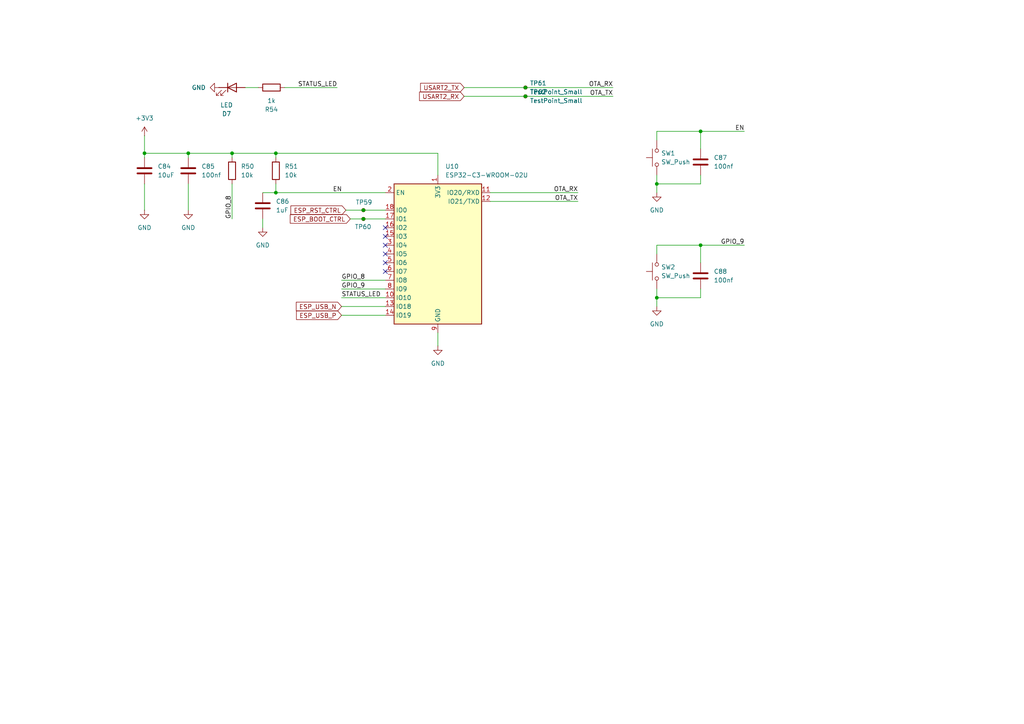
<source format=kicad_sch>
(kicad_sch (version 20250114) (generator "eeschema") (generator_version "9.0")
  (paper "A4")
  (lib_symbols
    (symbol "Connector:TestPoint_Small" (pin_numbers (hide yes)) (pin_names (offset 0.762) (hide yes))
      (property "Reference" "TP" (at 0 3.81 0))
      (property "Value" "TestPoint_Small" (at 0 2.032 0))
      (symbol "TestPoint_Small_0_1"
        (circle (center 0 0) (radius 0.508))
      )
      (symbol "TestPoint_Small_1_1"
        (pin passive line (at 0 0 90) (length 0) (name "1") (number "1"))
      )
    )
    (symbol "Device:C" (pin_numbers (hide yes)) (pin_names (offset 0.254))
      (property "Reference" "C" (at 0.635 2.54 0))
      (property "Value" "C" (at 0.635 -2.54 0))
      (symbol "C_0_1"
        (polyline (pts (xy -2.032 0.762) (xy 2.032 0.762)) (stroke (width 0.508)))
        (polyline (pts (xy -2.032 -0.762) (xy 2.032 -0.762)) (stroke (width 0.508)))
      )
      (symbol "C_1_1"
        (pin passive line (at 0 3.81 270) (length 2.794) (name "~") (number "1"))
        (pin passive line (at 0 -3.81 90) (length 2.794) (name "~") (number "2"))
      )
    )
    (symbol "Device:LED" (pin_numbers (hide yes)) (pin_names (offset 1.016) (hide yes))
      (property "Reference" "D" (at 0 2.54 0))
      (property "Value" "LED" (at 0 -2.54 0))
      (symbol "LED_0_1"
        (polyline (pts (xy -3.048 -0.762) (xy -4.572 -2.286) (xy -3.81 -2.286) (xy -4.572 -2.286) (xy -4.572 -1.524)))
        (polyline (pts (xy -1.778 -0.762) (xy -3.302 -2.286) (xy -2.54 -2.286) (xy -3.302 -2.286) (xy -3.302 -1.524)))
        (polyline (pts (xy -1.27 0) (xy 1.27 0)))
        (polyline (pts (xy -1.27 -1.27) (xy -1.27 1.27)) (stroke (width 0.254)))
        (polyline (pts (xy 1.27 -1.27) (xy 1.27 1.27) (xy -1.27 0) (xy 1.27 -1.27)) (stroke (width 0.254)))
      )
      (symbol "LED_1_1"
        (pin passive line (at -3.81 0 0) (length 2.54) (name "K") (number "1"))
        (pin passive line (at 3.81 0 180) (length 2.54) (name "A") (number "2"))
      )
    )
    (symbol "Device:R" (pin_numbers (hide yes)) (pin_names (offset 0))
      (property "Reference" "R" (at 2.032 0 90))
      (property "Value" "R" (at 0 0 90))
      (symbol "R_0_1"
        (rectangle (start -1.016 -2.54) (end 1.016 2.54) (stroke (width 0.254)))
      )
      (symbol "R_1_1"
        (pin passive line (at 0 3.81 270) (length 1.27) (name "~") (number "1"))
        (pin passive line (at 0 -3.81 90) (length 1.27) (name "~") (number "2"))
      )
    )
    (symbol "RF_Module:ESP32-C3-WROOM-02U"
      (property "Reference" "U" (at -12.192 21.336 0))
      (property "Value" "ESP32-C3-WROOM-02U" (at 12.7 21.336 0))
      (symbol "ESP32-C3-WROOM-02U_1_1"
        (rectangle (start -12.7 20.32) (end 12.7 -20.32) (stroke (width 0.254)) (fill (type background)))
        (pin input line (at -15.24 17.78 0) (length 2.54) (name "EN") (number "2"))
        (pin bidirectional line (at -15.24 12.7 0) (length 2.54) (name "IO0") (number "18"))
        (pin bidirectional line (at -15.24 10.16 0) (length 2.54) (name "IO1") (number "17"))
        (pin bidirectional line (at -15.24 7.62 0) (length 2.54) (name "IO2") (number "16"))
        (pin bidirectional line (at -15.24 5.08 0) (length 2.54) (name "IO3") (number "15"))
        (pin bidirectional line (at -15.24 2.54 0) (length 2.54) (name "IO4") (number "3"))
        (pin bidirectional line (at -15.24 0 0) (length 2.54) (name "IO5") (number "4"))
        (pin bidirectional line (at -15.24 -2.54 0) (length 2.54) (name "IO6") (number "5"))
        (pin bidirectional line (at -15.24 -5.08 0) (length 2.54) (name "IO7") (number "6"))
        (pin bidirectional line (at -15.24 -7.62 0) (length 2.54) (name "IO8") (number "7"))
        (pin bidirectional line (at -15.24 -10.16 0) (length 2.54) (name "IO9") (number "8"))
        (pin bidirectional line (at -15.24 -12.7 0) (length 2.54) (name "IO10") (number "10"))
        (pin bidirectional line (at -15.24 -15.24 0) (length 2.54) (name "IO18") (number "13"))
        (pin bidirectional line (at -15.24 -17.78 0) (length 2.54) (name "IO19") (number "14"))
        (pin power_in line (at 0 22.86 270) (length 2.54) (name "3V3") (number "1"))
        (pin passive line (at 0 -22.86 90) (length 2.54) (hide yes) (name "GND") (number "19"))
        (pin power_in line (at 0 -22.86 90) (length 2.54) (name "GND") (number "9"))
        (pin bidirectional line (at 15.24 17.78 180) (length 2.54) (name "IO20/RXD") (number "11"))
        (pin bidirectional line (at 15.24 15.24 180) (length 2.54) (name "IO21/TXD") (number "12"))
      )
    )
    (symbol "Switch:SW_Push" (pin_numbers (hide yes)) (pin_names (offset 1.016) (hide yes))
      (property "Reference" "SW" (at 1.27 2.54 0))
      (property "Value" "SW_Push" (at 0 -1.524 0))
      (symbol "SW_Push_0_1"
        (circle (center -2.032 0) (radius 0.508))
        (polyline (pts (xy 0 1.27) (xy 0 3.048)))
        (circle (center 2.032 0) (radius 0.508))
        (polyline (pts (xy 2.54 1.27) (xy -2.54 1.27)))
        (pin passive line (at -5.08 0 0) (length 2.54) (name "1") (number "1"))
        (pin passive line (at 5.08 0 180) (length 2.54) (name "2") (number "2"))
      )
    )
    (symbol "power:+3V3" (power) (pin_numbers (hide yes)) (pin_names (offset 0) (hide yes))
      (property "Value" "+3V3" (at 0 3.556 0))
      (symbol "+3V3_0_1"
        (polyline (pts (xy -0.762 1.27) (xy 0 2.54)))
        (polyline (pts (xy 0 2.54) (xy 0.762 1.27)))
        (polyline (pts (xy 0 0) (xy 0 2.54)))
      )
      (symbol "+3V3_1_1"
        (pin power_in line (at 0 0 90) (length 0) (name "~") (number "1"))
      )
    )
    (symbol "power:GND" (power) (pin_numbers (hide yes)) (pin_names (offset 0) (hide yes))
      (property "Value" "GND" (at 0 -3.81 0))
      (symbol "GND_0_1"
        (polyline (pts (xy 0 0) (xy 0 -1.27) (xy 1.27 -1.27) (xy 0 -2.54) (xy -1.27 -1.27) (xy 0 -1.27)))
      )
      (symbol "GND_1_1"
        (pin power_in line (at 0 0 270) (length 0) (name "~") (number "1"))
      )
    )
  )
  (junction (at 152.4 25.4))
  (junction (at 152.4 27.94))
  (junction (at 203.2 71.12))
  (junction (at 105.41 60.96))
  (junction (at 80.01 55.88))
  (junction (at 54.61 44.45))
  (junction (at 190.5 53.34))
  (junction (at 67.31 44.45))
  (junction (at 41.91 44.45))
  (junction (at 80.01 44.45))
  (junction (at 105.41 63.5))
  (junction (at 190.5 86.36))
  (junction (at 203.2 38.1))
  (no_connect (at 111.76 76.2))
  (no_connect (at 111.76 71.12))
  (no_connect (at 111.76 66.04))
  (no_connect (at 111.76 68.58))
  (no_connect (at 111.76 78.74))
  (no_connect (at 111.76 73.66))
  (wire (pts (xy 190.5 86.36) (xy 190.5 88.9)))
  (wire (pts (xy 99.06 91.44) (xy 111.76 91.44)))
  (wire (pts (xy 74.93 25.4) (xy 71.12 25.4)))
  (wire (pts (xy 80.01 45.72) (xy 80.01 44.45)))
  (wire (pts (xy 105.41 60.96) (xy 111.76 60.96)))
  (wire (pts (xy 100.33 60.96) (xy 105.41 60.96)))
  (wire (pts (xy 127 44.45) (xy 127 50.8)))
  (wire (pts (xy 152.4 27.94) (xy 177.8 27.94)))
  (wire (pts (xy 54.61 44.45) (xy 67.31 44.45)))
  (wire (pts (xy 142.24 55.88) (xy 167.64 55.88)))
  (wire (pts (xy 190.5 53.34) (xy 190.5 55.88)))
  (wire (pts (xy 127 100.33) (xy 127 96.52)))
  (wire (pts (xy 105.41 63.5) (xy 111.76 63.5)))
  (wire (pts (xy 101.6 63.5) (xy 105.41 63.5)))
  (wire (pts (xy 76.2 55.88) (xy 80.01 55.88)))
  (wire (pts (xy 41.91 45.72) (xy 41.91 44.45)))
  (wire (pts (xy 203.2 86.36) (xy 190.5 86.36)))
  (wire (pts (xy 134.62 25.4) (xy 152.4 25.4)))
  (wire (pts (xy 99.06 88.9) (xy 111.76 88.9)))
  (wire (pts (xy 111.76 55.88) (xy 80.01 55.88)))
  (wire (pts (xy 215.9 38.1) (xy 203.2 38.1)))
  (wire (pts (xy 190.5 83.82) (xy 190.5 86.36)))
  (wire (pts (xy 67.31 44.45) (xy 80.01 44.45)))
  (wire (pts (xy 99.06 86.36) (xy 111.76 86.36)))
  (wire (pts (xy 67.31 53.34) (xy 67.31 63.5)))
  (wire (pts (xy 76.2 63.5) (xy 76.2 66.04)))
  (wire (pts (xy 215.9 71.12) (xy 203.2 71.12)))
  (wire (pts (xy 203.2 83.82) (xy 203.2 86.36)))
  (wire (pts (xy 80.01 55.88) (xy 80.01 53.34)))
  (wire (pts (xy 54.61 53.34) (xy 54.61 60.96)))
  (wire (pts (xy 99.06 81.28) (xy 111.76 81.28)))
  (wire (pts (xy 203.2 50.8) (xy 203.2 53.34)))
  (wire (pts (xy 203.2 53.34) (xy 190.5 53.34)))
  (wire (pts (xy 67.31 45.72) (xy 67.31 44.45)))
  (wire (pts (xy 203.2 71.12) (xy 190.5 71.12)))
  (wire (pts (xy 190.5 71.12) (xy 190.5 73.66)))
  (wire (pts (xy 203.2 76.2) (xy 203.2 71.12)))
  (wire (pts (xy 142.24 58.42) (xy 167.64 58.42)))
  (wire (pts (xy 134.62 27.94) (xy 152.4 27.94)))
  (wire (pts (xy 80.01 44.45) (xy 127 44.45)))
  (wire (pts (xy 41.91 60.96) (xy 41.91 53.34)))
  (wire (pts (xy 99.06 83.82) (xy 111.76 83.82)))
  (wire (pts (xy 190.5 38.1) (xy 190.5 40.64)))
  (wire (pts (xy 97.79 25.4) (xy 82.55 25.4)))
  (wire (pts (xy 203.2 38.1) (xy 190.5 38.1)))
  (wire (pts (xy 54.61 45.72) (xy 54.61 44.45)))
  (wire (pts (xy 190.5 50.8) (xy 190.5 53.34)))
  (wire (pts (xy 41.91 39.37) (xy 41.91 44.45)))
  (wire (pts (xy 152.4 25.4) (xy 177.8 25.4)))
  (wire (pts (xy 41.91 44.45) (xy 54.61 44.45)))
  (wire (pts (xy 203.2 43.18) (xy 203.2 38.1)))
  (label "STATUS_LED" (at 97.79 25.4 180))
  (label "OTA_RX" (at 167.64 55.88 180))
  (label "OTA_RX" (at 177.8 25.4 180))
  (label "EN" (at 215.9 38.1 180))
  (label "GPIO_9" (at 215.9 71.12 180))
  (label "STATUS_LED" (at 99.06 86.36 0))
  (label "OTA_TX" (at 167.64 58.42 180))
  (label "GPIO_8" (at 99.06 81.28 0))
  (label "GPIO_8" (at 67.31 63.5 90))
  (label "EN" (at 96.52 55.88 0))
  (label "GPIO_9" (at 99.06 83.82 0))
  (label "OTA_TX" (at 177.8 27.94 180))
  (global_label "USART2_TX" (shape input) (at 134.62 25.4 180) (property "Intersheetrefs" "${INTERSHEET_REFS}" (effects (hide yes))))
  (global_label "ESP_BOOT_CTRL" (shape input) (at 101.6 63.5 180) (property "Intersheetrefs" "${INTERSHEET_REFS}" (effects (hide yes))))
  (global_label "ESP_USB_P" (shape input) (at 99.06 91.44 180) (property "Intersheetrefs" "${INTERSHEET_REFS}" (effects (hide yes))))
  (global_label "ESP_USB_N" (shape input) (at 99.06 88.9 180) (property "Intersheetrefs" "${INTERSHEET_REFS}" (effects (hide yes))))
  (global_label "USART2_RX" (shape input) (at 134.62 27.94 180) (property "Intersheetrefs" "${INTERSHEET_REFS}" (effects (hide yes))))
  (global_label "ESP_RST_CTRL" (shape input) (at 100.33 60.96 180) (property "Intersheetrefs" "${INTERSHEET_REFS}" (effects (hide yes))))
  (symbol (lib_id "Device:R") (at 78.74 25.4 270) (unit 1)
    (property "Reference" "R54" (at 78.74 31.75 90))
    (property "Value" "1k" (at 78.74 29.21 90))
    (property "Footprint" "Resistor_SMD:R_0603_1608Metric" (effects (hide yes)))
    (property "Description" "Resistor" (effects (hide yes)))
  )
  (symbol (lib_id "power:GND") (at 76.2 66.04 0) (unit 1)
    (property "Reference" "#PWR0126" (effects (hide yes)))
    (property "Value" "GND" (at 76.2 71.12 0))
    (property "Description" "Power symbol creates a global label with name \"GND\" , ground" (effects (hide yes)))
  )
  (symbol (lib_id "Device:C") (at 76.2 59.69 0) (unit 1)
    (property "Reference" "C86" (at 80.01 58.4199 0) (effects (justify left)))
    (property "Value" "1uF" (at 80.01 60.9599 0) (effects (justify left)))
    (property "Footprint" "Capacitor_SMD:C_0603_1608Metric" (effects (hide yes)))
    (property "Description" "Unpolarized capacitor" (effects (hide yes)))
  )
  (symbol (lib_id "power:GND") (at 63.5 25.4 270) (unit 1)
    (property "Reference" "#PWR0135" (effects (hide yes)))
    (property "Value" "GND" (at 59.69 25.4001 90) (effects (justify right)))
    (property "Description" "Power symbol creates a global label with name \"GND\" , ground" (effects (hide yes)))
  )
  (symbol (lib_id "Connector:TestPoint_Small") (at 105.41 60.96 0) (unit 1)
    (property "Reference" "TP59" (at 103.124 58.674 0) (effects (justify left)))
    (property "Value" "TestPoint_Small" (effects (hide yes)))
    (property "Footprint" "TestPoint:TestPoint_Pad_D1.0mm" (effects (hide yes)))
    (property "Description" "test point" (effects (hide yes)))
  )
  (symbol (lib_id "Device:C") (at 41.91 49.53 0) (unit 1)
    (property "Reference" "C84" (at 45.72 48.2599 0) (effects (justify left)))
    (property "Value" "10uF" (at 45.72 50.7999 0) (effects (justify left)))
    (property "Footprint" "Capacitor_SMD:C_0603_1608Metric" (effects (hide yes)))
    (property "Description" "Unpolarized capacitor" (effects (hide yes)))
  )
  (symbol (lib_id "Connector:TestPoint_Small") (at 152.4 25.4 0) (unit 1)
    (property "Reference" "TP61" (at 153.67 24.1299 0) (effects (justify left)))
    (property "Value" "TestPoint_Small" (at 153.67 26.6699 0) (effects (justify left)))
    (property "Footprint" "TestPoint:TestPoint_Pad_D1.0mm" (effects (hide yes)))
    (property "Description" "test point" (effects (hide yes)))
  )
  (symbol (lib_id "Switch:SW_Push") (at 190.5 78.74 90) (unit 1)
    (property "Reference" "SW2" (at 191.77 77.4699 90) (effects (justify right)))
    (property "Value" "SW_Push" (at 191.77 80.0099 90) (effects (justify right)))
    (property "Footprint" "Button_Switch_SMD:SW_Push_SPST_NO_Alps_SKRK" (effects (hide yes)))
    (property "Description" "Push button switch, generic, two pins" (effects (hide yes)))
  )
  (symbol (lib_id "Device:C") (at 203.2 80.01 0) (unit 1)
    (property "Reference" "C88" (at 207.01 78.7399 0) (effects (justify left)))
    (property "Value" "100nf" (at 207.01 81.2799 0) (effects (justify left)))
    (property "Footprint" "Capacitor_SMD:C_0603_1608Metric" (effects (hide yes)))
    (property "Description" "Unpolarized capacitor" (effects (hide yes)))
  )
  (symbol (lib_id "power:GND") (at 41.91 60.96 0) (unit 1)
    (property "Reference" "#PWR0122" (effects (hide yes)))
    (property "Value" "GND" (at 41.91 66.04 0))
    (property "Description" "Power symbol creates a global label with name \"GND\" , ground" (effects (hide yes)))
  )
  (symbol (lib_id "Connector:TestPoint_Small") (at 105.41 63.5 0) (unit 1)
    (property "Reference" "TP60" (at 102.87 65.786 0) (effects (justify left)))
    (property "Value" "TestPoint_Small" (effects (hide yes)))
    (property "Footprint" "TestPoint:TestPoint_Pad_D1.0mm" (effects (hide yes)))
    (property "Description" "test point" (effects (hide yes)))
  )
  (symbol (lib_id "power:GND") (at 190.5 88.9 0) (unit 1)
    (property "Reference" "#PWR0128" (effects (hide yes)))
    (property "Value" "GND" (at 190.5 93.98 0))
    (property "Description" "Power symbol creates a global label with name \"GND\" , ground" (effects (hide yes)))
  )
  (symbol (lib_id "Device:LED") (at 67.31 25.4 0) (unit 1)
    (property "Reference" "D7" (at 65.7225 33.02 0))
    (property "Value" "LED" (at 65.7225 30.48 0))
    (property "Footprint" "LED_SMD:LED_0603_1608Metric" (effects (hide yes)))
    (property "Description" "Light emitting diode" (effects (hide yes)))
    (property "Sim.Pins" "1=K 2=A" (effects (hide yes)))
  )
  (symbol (lib_id "power:GND") (at 190.5 55.88 0) (unit 1)
    (property "Reference" "#PWR0127" (effects (hide yes)))
    (property "Value" "GND" (at 190.5 60.96 0))
    (property "Description" "Power symbol creates a global label with name \"GND\" , ground" (effects (hide yes)))
  )
  (symbol (lib_id "power:GND") (at 54.61 60.96 0) (unit 1)
    (property "Reference" "#PWR0123" (effects (hide yes)))
    (property "Value" "GND" (at 54.61 66.04 0))
    (property "Description" "Power symbol creates a global label with name \"GND\" , ground" (effects (hide yes)))
  )
  (symbol (lib_id "Device:C") (at 203.2 46.99 0) (unit 1)
    (property "Reference" "C87" (at 207.01 45.7199 0) (effects (justify left)))
    (property "Value" "100nf" (at 207.01 48.2599 0) (effects (justify left)))
    (property "Footprint" "Capacitor_SMD:C_0603_1608Metric" (effects (hide yes)))
    (property "Description" "Unpolarized capacitor" (effects (hide yes)))
  )
  (symbol (lib_id "RF_Module:ESP32-C3-WROOM-02U") (at 127 73.66 0) (unit 1)
    (property "Reference" "U10" (at 129.1433 48.26 0) (effects (justify left)))
    (property "Value" "ESP32-C3-WROOM-02U" (at 129.1433 50.8 0) (effects (justify left)))
    (property "Footprint" "RF_Module:ESP32-C3-WROOM-02U" (effects (hide yes)))
    (property "Datasheet" "https://www.espressif.com/sites/default/files/documentation/esp32-c3-wroom-02_datasheet_en.pdf" (effects (hide yes)))
    (property "Description" "802.11 b/g/n Wi­Fi and Bluetooth 5 module, ESP32­C3 SoC, RISC­V microprocessor, On-board antenna" (effects (hide yes)))
  )
  (symbol (lib_id "Connector:TestPoint_Small") (at 152.4 27.94 0) (unit 1)
    (property "Reference" "TP62" (at 153.67 26.6699 0) (effects (justify left)))
    (property "Value" "TestPoint_Small" (at 153.67 29.2099 0) (effects (justify left)))
    (property "Footprint" "TestPoint:TestPoint_Pad_D1.0mm" (effects (hide yes)))
    (property "Description" "test point" (effects (hide yes)))
  )
  (symbol (lib_id "power:GND") (at 127 100.33 0) (unit 1)
    (property "Reference" "#PWR0125" (effects (hide yes)))
    (property "Value" "GND" (at 127 105.41 0))
    (property "Description" "Power symbol creates a global label with name \"GND\" , ground" (effects (hide yes)))
  )
  (symbol (lib_id "Device:R") (at 80.01 49.53 0) (unit 1)
    (property "Reference" "R51" (at 82.55 48.2599 0) (effects (justify left)))
    (property "Value" "10k" (at 82.55 50.7999 0) (effects (justify left)))
    (property "Footprint" "Resistor_SMD:R_0603_1608Metric" (effects (hide yes)))
    (property "Description" "Resistor" (effects (hide yes)))
  )
  (symbol (lib_id "Switch:SW_Push") (at 190.5 45.72 90) (unit 1)
    (property "Reference" "SW1" (at 191.77 44.4499 90) (effects (justify right)))
    (property "Value" "SW_Push" (at 191.77 46.9899 90) (effects (justify right)))
    (property "Footprint" "Button_Switch_SMD:SW_Push_SPST_NO_Alps_SKRK" (effects (hide yes)))
    (property "Description" "Push button switch, generic, two pins" (effects (hide yes)))
  )
  (symbol (lib_id "Device:C") (at 54.61 49.53 0) (unit 1)
    (property "Reference" "C85" (at 58.42 48.2599 0) (effects (justify left)))
    (property "Value" "100nf" (at 58.42 50.7999 0) (effects (justify left)))
    (property "Footprint" "Capacitor_SMD:C_0603_1608Metric" (effects (hide yes)))
    (property "Description" "Unpolarized capacitor" (effects (hide yes)))
  )
  (symbol (lib_id "Device:R") (at 67.31 49.53 0) (unit 1)
    (property "Reference" "R50" (at 69.85 48.2599 0) (effects (justify left)))
    (property "Value" "10k" (at 69.85 50.7999 0) (effects (justify left)))
    (property "Footprint" "Resistor_SMD:R_0603_1608Metric" (effects (hide yes)))
    (property "Description" "Resistor" (effects (hide yes)))
  )
  (symbol (lib_id "power:+3V3") (at 41.91 39.37 0) (unit 1)
    (property "Reference" "#PWR0124" (effects (hide yes)))
    (property "Value" "+3V3" (at 41.91 34.29 0))
    (property "Description" "Power symbol creates a global label with name \"+3V3\"" (effects (hide yes)))
  )
)
</source>
